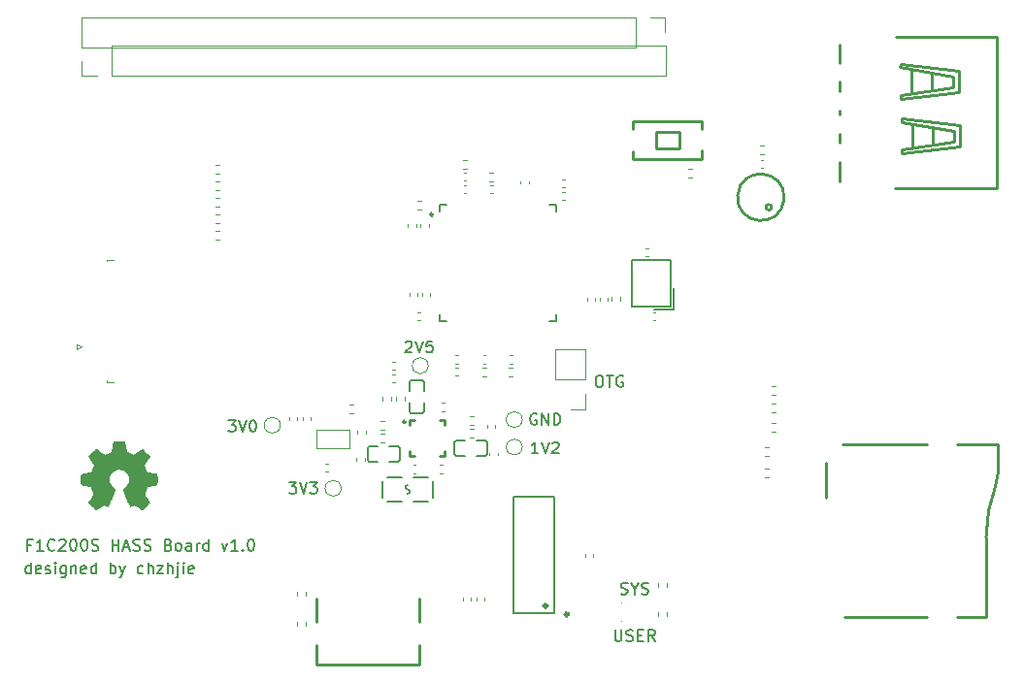
<source format=gbr>
%TF.GenerationSoftware,KiCad,Pcbnew,(6.0.0)*%
%TF.CreationDate,2022-08-30T21:50:04+08:00*%
%TF.ProjectId,F1C200S-HomeAssistant-Board,46314332-3030-4532-9d48-6f6d65417373,rev?*%
%TF.SameCoordinates,Original*%
%TF.FileFunction,Legend,Top*%
%TF.FilePolarity,Positive*%
%FSLAX46Y46*%
G04 Gerber Fmt 4.6, Leading zero omitted, Abs format (unit mm)*
G04 Created by KiCad (PCBNEW (6.0.0)) date 2022-08-30 21:50:04*
%MOMM*%
%LPD*%
G01*
G04 APERTURE LIST*
%ADD10C,0.150000*%
%ADD11C,0.010000*%
%ADD12C,0.120000*%
%ADD13C,0.250000*%
%ADD14C,0.100000*%
%ADD15C,0.300000*%
%ADD16C,0.240000*%
G04 APERTURE END LIST*
D10*
X71461904Y-135752380D02*
X72080952Y-135752380D01*
X71747619Y-136133333D01*
X71890476Y-136133333D01*
X71985714Y-136180952D01*
X72033333Y-136228571D01*
X72080952Y-136323809D01*
X72080952Y-136561904D01*
X72033333Y-136657142D01*
X71985714Y-136704761D01*
X71890476Y-136752380D01*
X71604761Y-136752380D01*
X71509523Y-136704761D01*
X71461904Y-136657142D01*
X72366666Y-135752380D02*
X72700000Y-136752380D01*
X73033333Y-135752380D01*
X73557142Y-135752380D02*
X73652380Y-135752380D01*
X73747619Y-135800000D01*
X73795238Y-135847619D01*
X73842857Y-135942857D01*
X73890476Y-136133333D01*
X73890476Y-136371428D01*
X73842857Y-136561904D01*
X73795238Y-136657142D01*
X73747619Y-136704761D01*
X73652380Y-136752380D01*
X73557142Y-136752380D01*
X73461904Y-136704761D01*
X73414285Y-136657142D01*
X73366666Y-136561904D01*
X73319047Y-136371428D01*
X73319047Y-136133333D01*
X73366666Y-135942857D01*
X73414285Y-135847619D01*
X73461904Y-135800000D01*
X73557142Y-135752380D01*
X54276190Y-146628571D02*
X53942857Y-146628571D01*
X53942857Y-147152380D02*
X53942857Y-146152380D01*
X54419047Y-146152380D01*
X55323809Y-147152380D02*
X54752380Y-147152380D01*
X55038095Y-147152380D02*
X55038095Y-146152380D01*
X54942857Y-146295238D01*
X54847619Y-146390476D01*
X54752380Y-146438095D01*
X56323809Y-147057142D02*
X56276190Y-147104761D01*
X56133333Y-147152380D01*
X56038095Y-147152380D01*
X55895238Y-147104761D01*
X55800000Y-147009523D01*
X55752380Y-146914285D01*
X55704761Y-146723809D01*
X55704761Y-146580952D01*
X55752380Y-146390476D01*
X55800000Y-146295238D01*
X55895238Y-146200000D01*
X56038095Y-146152380D01*
X56133333Y-146152380D01*
X56276190Y-146200000D01*
X56323809Y-146247619D01*
X56704761Y-146247619D02*
X56752380Y-146200000D01*
X56847619Y-146152380D01*
X57085714Y-146152380D01*
X57180952Y-146200000D01*
X57228571Y-146247619D01*
X57276190Y-146342857D01*
X57276190Y-146438095D01*
X57228571Y-146580952D01*
X56657142Y-147152380D01*
X57276190Y-147152380D01*
X57895238Y-146152380D02*
X57990476Y-146152380D01*
X58085714Y-146200000D01*
X58133333Y-146247619D01*
X58180952Y-146342857D01*
X58228571Y-146533333D01*
X58228571Y-146771428D01*
X58180952Y-146961904D01*
X58133333Y-147057142D01*
X58085714Y-147104761D01*
X57990476Y-147152380D01*
X57895238Y-147152380D01*
X57800000Y-147104761D01*
X57752380Y-147057142D01*
X57704761Y-146961904D01*
X57657142Y-146771428D01*
X57657142Y-146533333D01*
X57704761Y-146342857D01*
X57752380Y-146247619D01*
X57800000Y-146200000D01*
X57895238Y-146152380D01*
X58847619Y-146152380D02*
X58942857Y-146152380D01*
X59038095Y-146200000D01*
X59085714Y-146247619D01*
X59133333Y-146342857D01*
X59180952Y-146533333D01*
X59180952Y-146771428D01*
X59133333Y-146961904D01*
X59085714Y-147057142D01*
X59038095Y-147104761D01*
X58942857Y-147152380D01*
X58847619Y-147152380D01*
X58752380Y-147104761D01*
X58704761Y-147057142D01*
X58657142Y-146961904D01*
X58609523Y-146771428D01*
X58609523Y-146533333D01*
X58657142Y-146342857D01*
X58704761Y-146247619D01*
X58752380Y-146200000D01*
X58847619Y-146152380D01*
X59561904Y-147104761D02*
X59704761Y-147152380D01*
X59942857Y-147152380D01*
X60038095Y-147104761D01*
X60085714Y-147057142D01*
X60133333Y-146961904D01*
X60133333Y-146866666D01*
X60085714Y-146771428D01*
X60038095Y-146723809D01*
X59942857Y-146676190D01*
X59752380Y-146628571D01*
X59657142Y-146580952D01*
X59609523Y-146533333D01*
X59561904Y-146438095D01*
X59561904Y-146342857D01*
X59609523Y-146247619D01*
X59657142Y-146200000D01*
X59752380Y-146152380D01*
X59990476Y-146152380D01*
X60133333Y-146200000D01*
X61323809Y-147152380D02*
X61323809Y-146152380D01*
X61323809Y-146628571D02*
X61895238Y-146628571D01*
X61895238Y-147152380D02*
X61895238Y-146152380D01*
X62323809Y-146866666D02*
X62800000Y-146866666D01*
X62228571Y-147152380D02*
X62561904Y-146152380D01*
X62895238Y-147152380D01*
X63180952Y-147104761D02*
X63323809Y-147152380D01*
X63561904Y-147152380D01*
X63657142Y-147104761D01*
X63704761Y-147057142D01*
X63752380Y-146961904D01*
X63752380Y-146866666D01*
X63704761Y-146771428D01*
X63657142Y-146723809D01*
X63561904Y-146676190D01*
X63371428Y-146628571D01*
X63276190Y-146580952D01*
X63228571Y-146533333D01*
X63180952Y-146438095D01*
X63180952Y-146342857D01*
X63228571Y-146247619D01*
X63276190Y-146200000D01*
X63371428Y-146152380D01*
X63609523Y-146152380D01*
X63752380Y-146200000D01*
X64133333Y-147104761D02*
X64276190Y-147152380D01*
X64514285Y-147152380D01*
X64609523Y-147104761D01*
X64657142Y-147057142D01*
X64704761Y-146961904D01*
X64704761Y-146866666D01*
X64657142Y-146771428D01*
X64609523Y-146723809D01*
X64514285Y-146676190D01*
X64323809Y-146628571D01*
X64228571Y-146580952D01*
X64180952Y-146533333D01*
X64133333Y-146438095D01*
X64133333Y-146342857D01*
X64180952Y-146247619D01*
X64228571Y-146200000D01*
X64323809Y-146152380D01*
X64561904Y-146152380D01*
X64704761Y-146200000D01*
X66228571Y-146628571D02*
X66371428Y-146676190D01*
X66419047Y-146723809D01*
X66466666Y-146819047D01*
X66466666Y-146961904D01*
X66419047Y-147057142D01*
X66371428Y-147104761D01*
X66276190Y-147152380D01*
X65895238Y-147152380D01*
X65895238Y-146152380D01*
X66228571Y-146152380D01*
X66323809Y-146200000D01*
X66371428Y-146247619D01*
X66419047Y-146342857D01*
X66419047Y-146438095D01*
X66371428Y-146533333D01*
X66323809Y-146580952D01*
X66228571Y-146628571D01*
X65895238Y-146628571D01*
X67038095Y-147152380D02*
X66942857Y-147104761D01*
X66895238Y-147057142D01*
X66847619Y-146961904D01*
X66847619Y-146676190D01*
X66895238Y-146580952D01*
X66942857Y-146533333D01*
X67038095Y-146485714D01*
X67180952Y-146485714D01*
X67276190Y-146533333D01*
X67323809Y-146580952D01*
X67371428Y-146676190D01*
X67371428Y-146961904D01*
X67323809Y-147057142D01*
X67276190Y-147104761D01*
X67180952Y-147152380D01*
X67038095Y-147152380D01*
X68228571Y-147152380D02*
X68228571Y-146628571D01*
X68180952Y-146533333D01*
X68085714Y-146485714D01*
X67895238Y-146485714D01*
X67800000Y-146533333D01*
X68228571Y-147104761D02*
X68133333Y-147152380D01*
X67895238Y-147152380D01*
X67800000Y-147104761D01*
X67752380Y-147009523D01*
X67752380Y-146914285D01*
X67800000Y-146819047D01*
X67895238Y-146771428D01*
X68133333Y-146771428D01*
X68228571Y-146723809D01*
X68704761Y-147152380D02*
X68704761Y-146485714D01*
X68704761Y-146676190D02*
X68752380Y-146580952D01*
X68800000Y-146533333D01*
X68895238Y-146485714D01*
X68990476Y-146485714D01*
X69752380Y-147152380D02*
X69752380Y-146152380D01*
X69752380Y-147104761D02*
X69657142Y-147152380D01*
X69466666Y-147152380D01*
X69371428Y-147104761D01*
X69323809Y-147057142D01*
X69276190Y-146961904D01*
X69276190Y-146676190D01*
X69323809Y-146580952D01*
X69371428Y-146533333D01*
X69466666Y-146485714D01*
X69657142Y-146485714D01*
X69752380Y-146533333D01*
X70895238Y-146485714D02*
X71133333Y-147152380D01*
X71371428Y-146485714D01*
X72276190Y-147152380D02*
X71704761Y-147152380D01*
X71990476Y-147152380D02*
X71990476Y-146152380D01*
X71895238Y-146295238D01*
X71800000Y-146390476D01*
X71704761Y-146438095D01*
X72704761Y-147057142D02*
X72752380Y-147104761D01*
X72704761Y-147152380D01*
X72657142Y-147104761D01*
X72704761Y-147057142D01*
X72704761Y-147152380D01*
X73371428Y-146152380D02*
X73466666Y-146152380D01*
X73561904Y-146200000D01*
X73609523Y-146247619D01*
X73657142Y-146342857D01*
X73704761Y-146533333D01*
X73704761Y-146771428D01*
X73657142Y-146961904D01*
X73609523Y-147057142D01*
X73561904Y-147104761D01*
X73466666Y-147152380D01*
X73371428Y-147152380D01*
X73276190Y-147104761D01*
X73228571Y-147057142D01*
X73180952Y-146961904D01*
X73133333Y-146771428D01*
X73133333Y-146533333D01*
X73180952Y-146342857D01*
X73228571Y-146247619D01*
X73276190Y-146200000D01*
X73371428Y-146152380D01*
X86909523Y-128947619D02*
X86957142Y-128900000D01*
X87052380Y-128852380D01*
X87290476Y-128852380D01*
X87385714Y-128900000D01*
X87433333Y-128947619D01*
X87480952Y-129042857D01*
X87480952Y-129138095D01*
X87433333Y-129280952D01*
X86861904Y-129852380D01*
X87480952Y-129852380D01*
X87766666Y-128852380D02*
X88100000Y-129852380D01*
X88433333Y-128852380D01*
X89242857Y-128852380D02*
X88766666Y-128852380D01*
X88719047Y-129328571D01*
X88766666Y-129280952D01*
X88861904Y-129233333D01*
X89100000Y-129233333D01*
X89195238Y-129280952D01*
X89242857Y-129328571D01*
X89290476Y-129423809D01*
X89290476Y-129661904D01*
X89242857Y-129757142D01*
X89195238Y-129804761D01*
X89100000Y-129852380D01*
X88861904Y-129852380D01*
X88766666Y-129804761D01*
X88719047Y-129757142D01*
X105709523Y-150904761D02*
X105852380Y-150952380D01*
X106090476Y-150952380D01*
X106185714Y-150904761D01*
X106233333Y-150857142D01*
X106280952Y-150761904D01*
X106280952Y-150666666D01*
X106233333Y-150571428D01*
X106185714Y-150523809D01*
X106090476Y-150476190D01*
X105900000Y-150428571D01*
X105804761Y-150380952D01*
X105757142Y-150333333D01*
X105709523Y-150238095D01*
X105709523Y-150142857D01*
X105757142Y-150047619D01*
X105804761Y-150000000D01*
X105900000Y-149952380D01*
X106138095Y-149952380D01*
X106280952Y-150000000D01*
X106900000Y-150476190D02*
X106900000Y-150952380D01*
X106566666Y-149952380D02*
X106900000Y-150476190D01*
X107233333Y-149952380D01*
X107519047Y-150904761D02*
X107661904Y-150952380D01*
X107900000Y-150952380D01*
X107995238Y-150904761D01*
X108042857Y-150857142D01*
X108090476Y-150761904D01*
X108090476Y-150666666D01*
X108042857Y-150571428D01*
X107995238Y-150523809D01*
X107900000Y-150476190D01*
X107709523Y-150428571D01*
X107614285Y-150380952D01*
X107566666Y-150333333D01*
X107519047Y-150238095D01*
X107519047Y-150142857D01*
X107566666Y-150047619D01*
X107614285Y-150000000D01*
X107709523Y-149952380D01*
X107947619Y-149952380D01*
X108090476Y-150000000D01*
X76761904Y-141152380D02*
X77380952Y-141152380D01*
X77047619Y-141533333D01*
X77190476Y-141533333D01*
X77285714Y-141580952D01*
X77333333Y-141628571D01*
X77380952Y-141723809D01*
X77380952Y-141961904D01*
X77333333Y-142057142D01*
X77285714Y-142104761D01*
X77190476Y-142152380D01*
X76904761Y-142152380D01*
X76809523Y-142104761D01*
X76761904Y-142057142D01*
X77666666Y-141152380D02*
X78000000Y-142152380D01*
X78333333Y-141152380D01*
X78571428Y-141152380D02*
X79190476Y-141152380D01*
X78857142Y-141533333D01*
X79000000Y-141533333D01*
X79095238Y-141580952D01*
X79142857Y-141628571D01*
X79190476Y-141723809D01*
X79190476Y-141961904D01*
X79142857Y-142057142D01*
X79095238Y-142104761D01*
X79000000Y-142152380D01*
X78714285Y-142152380D01*
X78619047Y-142104761D01*
X78571428Y-142057142D01*
X98480952Y-138652380D02*
X97909523Y-138652380D01*
X98195238Y-138652380D02*
X98195238Y-137652380D01*
X98100000Y-137795238D01*
X98004761Y-137890476D01*
X97909523Y-137938095D01*
X98766666Y-137652380D02*
X99100000Y-138652380D01*
X99433333Y-137652380D01*
X99719047Y-137747619D02*
X99766666Y-137700000D01*
X99861904Y-137652380D01*
X100100000Y-137652380D01*
X100195238Y-137700000D01*
X100242857Y-137747619D01*
X100290476Y-137842857D01*
X100290476Y-137938095D01*
X100242857Y-138080952D01*
X99671428Y-138652380D01*
X100290476Y-138652380D01*
X54219047Y-149152380D02*
X54219047Y-148152380D01*
X54219047Y-149104761D02*
X54123809Y-149152380D01*
X53933333Y-149152380D01*
X53838095Y-149104761D01*
X53790476Y-149057142D01*
X53742857Y-148961904D01*
X53742857Y-148676190D01*
X53790476Y-148580952D01*
X53838095Y-148533333D01*
X53933333Y-148485714D01*
X54123809Y-148485714D01*
X54219047Y-148533333D01*
X55076190Y-149104761D02*
X54980952Y-149152380D01*
X54790476Y-149152380D01*
X54695238Y-149104761D01*
X54647619Y-149009523D01*
X54647619Y-148628571D01*
X54695238Y-148533333D01*
X54790476Y-148485714D01*
X54980952Y-148485714D01*
X55076190Y-148533333D01*
X55123809Y-148628571D01*
X55123809Y-148723809D01*
X54647619Y-148819047D01*
X55504761Y-149104761D02*
X55599999Y-149152380D01*
X55790476Y-149152380D01*
X55885714Y-149104761D01*
X55933333Y-149009523D01*
X55933333Y-148961904D01*
X55885714Y-148866666D01*
X55790476Y-148819047D01*
X55647619Y-148819047D01*
X55552380Y-148771428D01*
X55504761Y-148676190D01*
X55504761Y-148628571D01*
X55552380Y-148533333D01*
X55647619Y-148485714D01*
X55790476Y-148485714D01*
X55885714Y-148533333D01*
X56361904Y-149152380D02*
X56361904Y-148485714D01*
X56361904Y-148152380D02*
X56314285Y-148200000D01*
X56361904Y-148247619D01*
X56409523Y-148200000D01*
X56361904Y-148152380D01*
X56361904Y-148247619D01*
X57266666Y-148485714D02*
X57266666Y-149295238D01*
X57219047Y-149390476D01*
X57171428Y-149438095D01*
X57076190Y-149485714D01*
X56933333Y-149485714D01*
X56838095Y-149438095D01*
X57266666Y-149104761D02*
X57171428Y-149152380D01*
X56980952Y-149152380D01*
X56885714Y-149104761D01*
X56838095Y-149057142D01*
X56790476Y-148961904D01*
X56790476Y-148676190D01*
X56838095Y-148580952D01*
X56885714Y-148533333D01*
X56980952Y-148485714D01*
X57171428Y-148485714D01*
X57266666Y-148533333D01*
X57742857Y-148485714D02*
X57742857Y-149152380D01*
X57742857Y-148580952D02*
X57790476Y-148533333D01*
X57885714Y-148485714D01*
X58028571Y-148485714D01*
X58123809Y-148533333D01*
X58171428Y-148628571D01*
X58171428Y-149152380D01*
X59028571Y-149104761D02*
X58933333Y-149152380D01*
X58742857Y-149152380D01*
X58647619Y-149104761D01*
X58599999Y-149009523D01*
X58599999Y-148628571D01*
X58647619Y-148533333D01*
X58742857Y-148485714D01*
X58933333Y-148485714D01*
X59028571Y-148533333D01*
X59076190Y-148628571D01*
X59076190Y-148723809D01*
X58599999Y-148819047D01*
X59933333Y-149152380D02*
X59933333Y-148152380D01*
X59933333Y-149104761D02*
X59838095Y-149152380D01*
X59647619Y-149152380D01*
X59552380Y-149104761D01*
X59504761Y-149057142D01*
X59457142Y-148961904D01*
X59457142Y-148676190D01*
X59504761Y-148580952D01*
X59552380Y-148533333D01*
X59647619Y-148485714D01*
X59838095Y-148485714D01*
X59933333Y-148533333D01*
X61171428Y-149152380D02*
X61171428Y-148152380D01*
X61171428Y-148533333D02*
X61266666Y-148485714D01*
X61457142Y-148485714D01*
X61552380Y-148533333D01*
X61600000Y-148580952D01*
X61647619Y-148676190D01*
X61647619Y-148961904D01*
X61600000Y-149057142D01*
X61552380Y-149104761D01*
X61457142Y-149152380D01*
X61266666Y-149152380D01*
X61171428Y-149104761D01*
X61980952Y-148485714D02*
X62219047Y-149152380D01*
X62457142Y-148485714D02*
X62219047Y-149152380D01*
X62123809Y-149390476D01*
X62076190Y-149438095D01*
X61980952Y-149485714D01*
X64028571Y-149104761D02*
X63933333Y-149152380D01*
X63742857Y-149152380D01*
X63647619Y-149104761D01*
X63600000Y-149057142D01*
X63552380Y-148961904D01*
X63552380Y-148676190D01*
X63600000Y-148580952D01*
X63647619Y-148533333D01*
X63742857Y-148485714D01*
X63933333Y-148485714D01*
X64028571Y-148533333D01*
X64457142Y-149152380D02*
X64457142Y-148152380D01*
X64885714Y-149152380D02*
X64885714Y-148628571D01*
X64838095Y-148533333D01*
X64742857Y-148485714D01*
X64599999Y-148485714D01*
X64504761Y-148533333D01*
X64457142Y-148580952D01*
X65266666Y-148485714D02*
X65790476Y-148485714D01*
X65266666Y-149152380D01*
X65790476Y-149152380D01*
X66171428Y-149152380D02*
X66171428Y-148152380D01*
X66599999Y-149152380D02*
X66599999Y-148628571D01*
X66552380Y-148533333D01*
X66457142Y-148485714D01*
X66314285Y-148485714D01*
X66219047Y-148533333D01*
X66171428Y-148580952D01*
X67076190Y-148485714D02*
X67076190Y-149342857D01*
X67028571Y-149438095D01*
X66933333Y-149485714D01*
X66885714Y-149485714D01*
X67076190Y-148152380D02*
X67028571Y-148200000D01*
X67076190Y-148247619D01*
X67123809Y-148200000D01*
X67076190Y-148152380D01*
X67076190Y-148247619D01*
X67552380Y-149152380D02*
X67552380Y-148485714D01*
X67552380Y-148152380D02*
X67504761Y-148200000D01*
X67552380Y-148247619D01*
X67600000Y-148200000D01*
X67552380Y-148152380D01*
X67552380Y-148247619D01*
X68409523Y-149104761D02*
X68314285Y-149152380D01*
X68123809Y-149152380D01*
X68028571Y-149104761D01*
X67980952Y-149009523D01*
X67980952Y-148628571D01*
X68028571Y-148533333D01*
X68123809Y-148485714D01*
X68314285Y-148485714D01*
X68409523Y-148533333D01*
X68457142Y-148628571D01*
X68457142Y-148723809D01*
X67980952Y-148819047D01*
X105185714Y-154052380D02*
X105185714Y-154861904D01*
X105233333Y-154957142D01*
X105280952Y-155004761D01*
X105376190Y-155052380D01*
X105566666Y-155052380D01*
X105661904Y-155004761D01*
X105709523Y-154957142D01*
X105757142Y-154861904D01*
X105757142Y-154052380D01*
X106185714Y-155004761D02*
X106328571Y-155052380D01*
X106566666Y-155052380D01*
X106661904Y-155004761D01*
X106709523Y-154957142D01*
X106757142Y-154861904D01*
X106757142Y-154766666D01*
X106709523Y-154671428D01*
X106661904Y-154623809D01*
X106566666Y-154576190D01*
X106376190Y-154528571D01*
X106280952Y-154480952D01*
X106233333Y-154433333D01*
X106185714Y-154338095D01*
X106185714Y-154242857D01*
X106233333Y-154147619D01*
X106280952Y-154100000D01*
X106376190Y-154052380D01*
X106614285Y-154052380D01*
X106757142Y-154100000D01*
X107185714Y-154528571D02*
X107519047Y-154528571D01*
X107661904Y-155052380D02*
X107185714Y-155052380D01*
X107185714Y-154052380D01*
X107661904Y-154052380D01*
X108661904Y-155052380D02*
X108328571Y-154576190D01*
X108090476Y-155052380D02*
X108090476Y-154052380D01*
X108471428Y-154052380D01*
X108566666Y-154100000D01*
X108614285Y-154147619D01*
X108661904Y-154242857D01*
X108661904Y-154385714D01*
X108614285Y-154480952D01*
X108566666Y-154528571D01*
X108471428Y-154576190D01*
X108090476Y-154576190D01*
X103723809Y-131852380D02*
X103914285Y-131852380D01*
X104009523Y-131900000D01*
X104104761Y-131995238D01*
X104152380Y-132185714D01*
X104152380Y-132519047D01*
X104104761Y-132709523D01*
X104009523Y-132804761D01*
X103914285Y-132852380D01*
X103723809Y-132852380D01*
X103628571Y-132804761D01*
X103533333Y-132709523D01*
X103485714Y-132519047D01*
X103485714Y-132185714D01*
X103533333Y-131995238D01*
X103628571Y-131900000D01*
X103723809Y-131852380D01*
X104438095Y-131852380D02*
X105009523Y-131852380D01*
X104723809Y-132852380D02*
X104723809Y-131852380D01*
X105866666Y-131900000D02*
X105771428Y-131852380D01*
X105628571Y-131852380D01*
X105485714Y-131900000D01*
X105390476Y-131995238D01*
X105342857Y-132090476D01*
X105295238Y-132280952D01*
X105295238Y-132423809D01*
X105342857Y-132614285D01*
X105390476Y-132709523D01*
X105485714Y-132804761D01*
X105628571Y-132852380D01*
X105723809Y-132852380D01*
X105866666Y-132804761D01*
X105914285Y-132757142D01*
X105914285Y-132423809D01*
X105723809Y-132423809D01*
X98338095Y-135200000D02*
X98242857Y-135152380D01*
X98100000Y-135152380D01*
X97957142Y-135200000D01*
X97861904Y-135295238D01*
X97814285Y-135390476D01*
X97766666Y-135580952D01*
X97766666Y-135723809D01*
X97814285Y-135914285D01*
X97861904Y-136009523D01*
X97957142Y-136104761D01*
X98100000Y-136152380D01*
X98195238Y-136152380D01*
X98338095Y-136104761D01*
X98385714Y-136057142D01*
X98385714Y-135723809D01*
X98195238Y-135723809D01*
X98814285Y-136152380D02*
X98814285Y-135152380D01*
X99385714Y-136152380D01*
X99385714Y-135152380D01*
X99861904Y-136152380D02*
X99861904Y-135152380D01*
X100100000Y-135152380D01*
X100242857Y-135200000D01*
X100338095Y-135295238D01*
X100385714Y-135390476D01*
X100433333Y-135580952D01*
X100433333Y-135723809D01*
X100385714Y-135914285D01*
X100338095Y-136009523D01*
X100242857Y-136104761D01*
X100100000Y-136152380D01*
X99861904Y-136152380D01*
D11*
%TO.C,REF\u002A\u002A*%
X62455814Y-138068931D02*
X62539635Y-138513555D01*
X62539635Y-138513555D02*
X62848920Y-138641053D01*
X62848920Y-138641053D02*
X63158206Y-138768551D01*
X63158206Y-138768551D02*
X63529246Y-138516246D01*
X63529246Y-138516246D02*
X63633157Y-138445996D01*
X63633157Y-138445996D02*
X63727087Y-138383272D01*
X63727087Y-138383272D02*
X63806652Y-138330938D01*
X63806652Y-138330938D02*
X63867470Y-138291857D01*
X63867470Y-138291857D02*
X63905157Y-138268893D01*
X63905157Y-138268893D02*
X63915421Y-138263942D01*
X63915421Y-138263942D02*
X63933910Y-138276676D01*
X63933910Y-138276676D02*
X63973420Y-138311882D01*
X63973420Y-138311882D02*
X64029522Y-138365062D01*
X64029522Y-138365062D02*
X64097787Y-138431718D01*
X64097787Y-138431718D02*
X64173786Y-138507354D01*
X64173786Y-138507354D02*
X64253092Y-138587472D01*
X64253092Y-138587472D02*
X64331275Y-138667574D01*
X64331275Y-138667574D02*
X64403907Y-138743164D01*
X64403907Y-138743164D02*
X64466559Y-138809745D01*
X64466559Y-138809745D02*
X64514803Y-138862818D01*
X64514803Y-138862818D02*
X64544210Y-138897887D01*
X64544210Y-138897887D02*
X64551241Y-138909623D01*
X64551241Y-138909623D02*
X64541123Y-138931260D01*
X64541123Y-138931260D02*
X64512759Y-138978662D01*
X64512759Y-138978662D02*
X64469129Y-139047193D01*
X64469129Y-139047193D02*
X64413218Y-139132215D01*
X64413218Y-139132215D02*
X64348006Y-139229093D01*
X64348006Y-139229093D02*
X64310219Y-139284350D01*
X64310219Y-139284350D02*
X64241343Y-139385248D01*
X64241343Y-139385248D02*
X64180140Y-139476299D01*
X64180140Y-139476299D02*
X64129578Y-139552970D01*
X64129578Y-139552970D02*
X64092628Y-139610728D01*
X64092628Y-139610728D02*
X64072258Y-139645043D01*
X64072258Y-139645043D02*
X64069197Y-139652254D01*
X64069197Y-139652254D02*
X64076136Y-139672748D01*
X64076136Y-139672748D02*
X64095051Y-139720513D01*
X64095051Y-139720513D02*
X64123087Y-139788832D01*
X64123087Y-139788832D02*
X64157391Y-139870989D01*
X64157391Y-139870989D02*
X64195109Y-139960270D01*
X64195109Y-139960270D02*
X64233387Y-140049958D01*
X64233387Y-140049958D02*
X64269370Y-140133338D01*
X64269370Y-140133338D02*
X64300206Y-140203694D01*
X64300206Y-140203694D02*
X64323039Y-140254310D01*
X64323039Y-140254310D02*
X64335017Y-140278471D01*
X64335017Y-140278471D02*
X64335724Y-140279422D01*
X64335724Y-140279422D02*
X64354531Y-140284036D01*
X64354531Y-140284036D02*
X64404618Y-140294328D01*
X64404618Y-140294328D02*
X64480793Y-140309287D01*
X64480793Y-140309287D02*
X64577865Y-140327901D01*
X64577865Y-140327901D02*
X64690643Y-140349159D01*
X64690643Y-140349159D02*
X64756442Y-140361418D01*
X64756442Y-140361418D02*
X64876950Y-140384362D01*
X64876950Y-140384362D02*
X64985797Y-140406195D01*
X64985797Y-140406195D02*
X65077476Y-140425722D01*
X65077476Y-140425722D02*
X65146481Y-140441748D01*
X65146481Y-140441748D02*
X65187304Y-140453079D01*
X65187304Y-140453079D02*
X65195511Y-140456674D01*
X65195511Y-140456674D02*
X65203548Y-140481006D01*
X65203548Y-140481006D02*
X65210033Y-140535959D01*
X65210033Y-140535959D02*
X65214970Y-140615108D01*
X65214970Y-140615108D02*
X65218364Y-140712026D01*
X65218364Y-140712026D02*
X65220218Y-140820287D01*
X65220218Y-140820287D02*
X65220538Y-140933465D01*
X65220538Y-140933465D02*
X65219327Y-141045135D01*
X65219327Y-141045135D02*
X65216590Y-141148868D01*
X65216590Y-141148868D02*
X65212331Y-141238241D01*
X65212331Y-141238241D02*
X65206555Y-141306826D01*
X65206555Y-141306826D02*
X65199267Y-141348197D01*
X65199267Y-141348197D02*
X65194895Y-141356810D01*
X65194895Y-141356810D02*
X65168764Y-141367133D01*
X65168764Y-141367133D02*
X65113393Y-141381892D01*
X65113393Y-141381892D02*
X65036107Y-141399352D01*
X65036107Y-141399352D02*
X64944230Y-141417780D01*
X64944230Y-141417780D02*
X64912158Y-141423741D01*
X64912158Y-141423741D02*
X64757524Y-141452066D01*
X64757524Y-141452066D02*
X64635375Y-141474876D01*
X64635375Y-141474876D02*
X64541673Y-141493080D01*
X64541673Y-141493080D02*
X64472384Y-141507583D01*
X64472384Y-141507583D02*
X64423471Y-141519292D01*
X64423471Y-141519292D02*
X64390897Y-141529115D01*
X64390897Y-141529115D02*
X64370628Y-141537956D01*
X64370628Y-141537956D02*
X64358626Y-141546724D01*
X64358626Y-141546724D02*
X64356947Y-141548457D01*
X64356947Y-141548457D02*
X64340184Y-141576371D01*
X64340184Y-141576371D02*
X64314614Y-141630695D01*
X64314614Y-141630695D02*
X64282788Y-141704777D01*
X64282788Y-141704777D02*
X64247260Y-141791965D01*
X64247260Y-141791965D02*
X64210583Y-141885608D01*
X64210583Y-141885608D02*
X64175311Y-141979052D01*
X64175311Y-141979052D02*
X64143996Y-142065647D01*
X64143996Y-142065647D02*
X64119193Y-142138740D01*
X64119193Y-142138740D02*
X64103454Y-142191678D01*
X64103454Y-142191678D02*
X64099332Y-142217811D01*
X64099332Y-142217811D02*
X64099676Y-142218726D01*
X64099676Y-142218726D02*
X64113641Y-142240086D01*
X64113641Y-142240086D02*
X64145322Y-142287084D01*
X64145322Y-142287084D02*
X64191391Y-142354827D01*
X64191391Y-142354827D02*
X64248518Y-142438423D01*
X64248518Y-142438423D02*
X64313373Y-142532982D01*
X64313373Y-142532982D02*
X64331843Y-142559854D01*
X64331843Y-142559854D02*
X64397699Y-142657275D01*
X64397699Y-142657275D02*
X64455650Y-142746163D01*
X64455650Y-142746163D02*
X64502538Y-142821412D01*
X64502538Y-142821412D02*
X64535207Y-142877920D01*
X64535207Y-142877920D02*
X64550500Y-142910581D01*
X64550500Y-142910581D02*
X64551241Y-142914593D01*
X64551241Y-142914593D02*
X64538392Y-142935684D01*
X64538392Y-142935684D02*
X64502888Y-142977464D01*
X64502888Y-142977464D02*
X64449293Y-143035445D01*
X64449293Y-143035445D02*
X64382171Y-143105135D01*
X64382171Y-143105135D02*
X64306087Y-143182045D01*
X64306087Y-143182045D02*
X64225604Y-143261683D01*
X64225604Y-143261683D02*
X64145287Y-143339561D01*
X64145287Y-143339561D02*
X64069699Y-143411186D01*
X64069699Y-143411186D02*
X64003405Y-143472070D01*
X64003405Y-143472070D02*
X63950969Y-143517721D01*
X63950969Y-143517721D02*
X63916955Y-143543650D01*
X63916955Y-143543650D02*
X63907545Y-143547883D01*
X63907545Y-143547883D02*
X63885643Y-143537912D01*
X63885643Y-143537912D02*
X63840800Y-143511020D01*
X63840800Y-143511020D02*
X63780321Y-143471736D01*
X63780321Y-143471736D02*
X63733789Y-143440117D01*
X63733789Y-143440117D02*
X63649475Y-143382098D01*
X63649475Y-143382098D02*
X63549626Y-143313784D01*
X63549626Y-143313784D02*
X63449473Y-143245579D01*
X63449473Y-143245579D02*
X63395627Y-143209075D01*
X63395627Y-143209075D02*
X63213371Y-143085800D01*
X63213371Y-143085800D02*
X63060381Y-143168520D01*
X63060381Y-143168520D02*
X62990682Y-143204759D01*
X62990682Y-143204759D02*
X62931414Y-143232926D01*
X62931414Y-143232926D02*
X62891311Y-143248991D01*
X62891311Y-143248991D02*
X62881103Y-143251226D01*
X62881103Y-143251226D02*
X62868829Y-143234722D01*
X62868829Y-143234722D02*
X62844613Y-143188082D01*
X62844613Y-143188082D02*
X62810263Y-143115609D01*
X62810263Y-143115609D02*
X62767588Y-143021606D01*
X62767588Y-143021606D02*
X62718394Y-142910374D01*
X62718394Y-142910374D02*
X62664490Y-142786215D01*
X62664490Y-142786215D02*
X62607684Y-142653432D01*
X62607684Y-142653432D02*
X62549782Y-142516327D01*
X62549782Y-142516327D02*
X62492593Y-142379202D01*
X62492593Y-142379202D02*
X62437924Y-142246358D01*
X62437924Y-142246358D02*
X62387584Y-142122098D01*
X62387584Y-142122098D02*
X62343380Y-142010725D01*
X62343380Y-142010725D02*
X62307119Y-141916539D01*
X62307119Y-141916539D02*
X62280609Y-141843844D01*
X62280609Y-141843844D02*
X62265658Y-141796941D01*
X62265658Y-141796941D02*
X62263254Y-141780833D01*
X62263254Y-141780833D02*
X62282311Y-141760286D01*
X62282311Y-141760286D02*
X62324036Y-141726933D01*
X62324036Y-141726933D02*
X62379706Y-141687702D01*
X62379706Y-141687702D02*
X62384378Y-141684599D01*
X62384378Y-141684599D02*
X62528264Y-141569423D01*
X62528264Y-141569423D02*
X62644283Y-141435053D01*
X62644283Y-141435053D02*
X62731430Y-141285784D01*
X62731430Y-141285784D02*
X62788699Y-141125913D01*
X62788699Y-141125913D02*
X62815086Y-140959737D01*
X62815086Y-140959737D02*
X62809585Y-140791552D01*
X62809585Y-140791552D02*
X62771190Y-140625655D01*
X62771190Y-140625655D02*
X62698895Y-140466342D01*
X62698895Y-140466342D02*
X62677626Y-140431487D01*
X62677626Y-140431487D02*
X62566996Y-140290737D01*
X62566996Y-140290737D02*
X62436302Y-140177714D01*
X62436302Y-140177714D02*
X62290064Y-140093003D01*
X62290064Y-140093003D02*
X62132808Y-140037194D01*
X62132808Y-140037194D02*
X61969057Y-140010874D01*
X61969057Y-140010874D02*
X61803333Y-140014630D01*
X61803333Y-140014630D02*
X61640162Y-140049050D01*
X61640162Y-140049050D02*
X61484065Y-140114723D01*
X61484065Y-140114723D02*
X61339567Y-140212235D01*
X61339567Y-140212235D02*
X61294869Y-140251813D01*
X61294869Y-140251813D02*
X61181112Y-140375703D01*
X61181112Y-140375703D02*
X61098218Y-140506124D01*
X61098218Y-140506124D02*
X61041356Y-140652315D01*
X61041356Y-140652315D02*
X61009687Y-140797088D01*
X61009687Y-140797088D02*
X61001869Y-140959860D01*
X61001869Y-140959860D02*
X61027938Y-141123440D01*
X61027938Y-141123440D02*
X61085245Y-141282298D01*
X61085245Y-141282298D02*
X61171144Y-141430906D01*
X61171144Y-141430906D02*
X61282986Y-141563735D01*
X61282986Y-141563735D02*
X61418123Y-141675256D01*
X61418123Y-141675256D02*
X61435883Y-141687011D01*
X61435883Y-141687011D02*
X61492150Y-141725508D01*
X61492150Y-141725508D02*
X61534923Y-141758863D01*
X61534923Y-141758863D02*
X61555372Y-141780160D01*
X61555372Y-141780160D02*
X61555669Y-141780833D01*
X61555669Y-141780833D02*
X61551279Y-141803871D01*
X61551279Y-141803871D02*
X61533876Y-141856157D01*
X61533876Y-141856157D02*
X61505268Y-141933390D01*
X61505268Y-141933390D02*
X61467265Y-142031268D01*
X61467265Y-142031268D02*
X61421674Y-142145491D01*
X61421674Y-142145491D02*
X61370303Y-142271758D01*
X61370303Y-142271758D02*
X61314962Y-142405767D01*
X61314962Y-142405767D02*
X61257458Y-142543218D01*
X61257458Y-142543218D02*
X61199601Y-142679808D01*
X61199601Y-142679808D02*
X61143198Y-142811237D01*
X61143198Y-142811237D02*
X61090058Y-142933205D01*
X61090058Y-142933205D02*
X61041990Y-143041409D01*
X61041990Y-143041409D02*
X61000801Y-143131549D01*
X61000801Y-143131549D02*
X60968301Y-143199323D01*
X60968301Y-143199323D02*
X60946297Y-143240430D01*
X60946297Y-143240430D02*
X60937436Y-143251226D01*
X60937436Y-143251226D02*
X60910360Y-143242819D01*
X60910360Y-143242819D02*
X60859697Y-143220272D01*
X60859697Y-143220272D02*
X60794183Y-143187613D01*
X60794183Y-143187613D02*
X60758159Y-143168520D01*
X60758159Y-143168520D02*
X60605168Y-143085800D01*
X60605168Y-143085800D02*
X60422912Y-143209075D01*
X60422912Y-143209075D02*
X60329875Y-143272228D01*
X60329875Y-143272228D02*
X60228015Y-143341727D01*
X60228015Y-143341727D02*
X60132562Y-143407165D01*
X60132562Y-143407165D02*
X60084750Y-143440117D01*
X60084750Y-143440117D02*
X60017505Y-143485273D01*
X60017505Y-143485273D02*
X59960564Y-143521057D01*
X59960564Y-143521057D02*
X59921354Y-143542938D01*
X59921354Y-143542938D02*
X59908619Y-143547563D01*
X59908619Y-143547563D02*
X59890083Y-143535085D01*
X59890083Y-143535085D02*
X59849059Y-143500252D01*
X59849059Y-143500252D02*
X59789525Y-143446678D01*
X59789525Y-143446678D02*
X59715458Y-143377983D01*
X59715458Y-143377983D02*
X59630835Y-143297781D01*
X59630835Y-143297781D02*
X59577315Y-143246286D01*
X59577315Y-143246286D02*
X59483681Y-143154286D01*
X59483681Y-143154286D02*
X59402759Y-143071999D01*
X59402759Y-143071999D02*
X59337823Y-143002945D01*
X59337823Y-143002945D02*
X59292142Y-142950644D01*
X59292142Y-142950644D02*
X59268989Y-142918616D01*
X59268989Y-142918616D02*
X59266768Y-142912116D01*
X59266768Y-142912116D02*
X59277076Y-142887394D01*
X59277076Y-142887394D02*
X59305561Y-142837405D01*
X59305561Y-142837405D02*
X59349063Y-142767212D01*
X59349063Y-142767212D02*
X59404423Y-142681875D01*
X59404423Y-142681875D02*
X59468480Y-142586456D01*
X59468480Y-142586456D02*
X59486697Y-142559854D01*
X59486697Y-142559854D02*
X59553073Y-142463167D01*
X59553073Y-142463167D02*
X59612622Y-142376117D01*
X59612622Y-142376117D02*
X59662016Y-142303595D01*
X59662016Y-142303595D02*
X59697925Y-142250493D01*
X59697925Y-142250493D02*
X59717019Y-142221703D01*
X59717019Y-142221703D02*
X59718864Y-142218726D01*
X59718864Y-142218726D02*
X59716105Y-142195782D01*
X59716105Y-142195782D02*
X59701462Y-142145336D01*
X59701462Y-142145336D02*
X59677487Y-142074041D01*
X59677487Y-142074041D02*
X59646734Y-141988547D01*
X59646734Y-141988547D02*
X59611756Y-141895507D01*
X59611756Y-141895507D02*
X59575107Y-141801574D01*
X59575107Y-141801574D02*
X59539339Y-141713399D01*
X59539339Y-141713399D02*
X59507006Y-141637634D01*
X59507006Y-141637634D02*
X59480662Y-141580931D01*
X59480662Y-141580931D02*
X59462858Y-141549943D01*
X59462858Y-141549943D02*
X59461593Y-141548457D01*
X59461593Y-141548457D02*
X59450706Y-141539601D01*
X59450706Y-141539601D02*
X59432318Y-141530843D01*
X59432318Y-141530843D02*
X59402394Y-141521277D01*
X59402394Y-141521277D02*
X59356897Y-141509996D01*
X59356897Y-141509996D02*
X59291791Y-141496093D01*
X59291791Y-141496093D02*
X59203039Y-141478663D01*
X59203039Y-141478663D02*
X59086607Y-141456798D01*
X59086607Y-141456798D02*
X58938458Y-141429591D01*
X58938458Y-141429591D02*
X58906382Y-141423741D01*
X58906382Y-141423741D02*
X58811314Y-141405374D01*
X58811314Y-141405374D02*
X58728435Y-141387405D01*
X58728435Y-141387405D02*
X58665070Y-141371569D01*
X58665070Y-141371569D02*
X58628542Y-141359600D01*
X58628542Y-141359600D02*
X58623644Y-141356810D01*
X58623644Y-141356810D02*
X58615573Y-141332072D01*
X58615573Y-141332072D02*
X58609013Y-141276790D01*
X58609013Y-141276790D02*
X58603967Y-141197389D01*
X58603967Y-141197389D02*
X58600441Y-141100296D01*
X58600441Y-141100296D02*
X58598439Y-140991938D01*
X58598439Y-140991938D02*
X58597964Y-140878740D01*
X58597964Y-140878740D02*
X58599023Y-140767128D01*
X58599023Y-140767128D02*
X58601618Y-140663529D01*
X58601618Y-140663529D02*
X58605754Y-140574368D01*
X58605754Y-140574368D02*
X58611437Y-140506072D01*
X58611437Y-140506072D02*
X58618669Y-140465066D01*
X58618669Y-140465066D02*
X58623029Y-140456674D01*
X58623029Y-140456674D02*
X58647302Y-140448208D01*
X58647302Y-140448208D02*
X58702574Y-140434435D01*
X58702574Y-140434435D02*
X58783338Y-140416550D01*
X58783338Y-140416550D02*
X58884088Y-140395748D01*
X58884088Y-140395748D02*
X58999317Y-140373223D01*
X58999317Y-140373223D02*
X59062098Y-140361418D01*
X59062098Y-140361418D02*
X59181213Y-140339151D01*
X59181213Y-140339151D02*
X59287435Y-140318979D01*
X59287435Y-140318979D02*
X59375573Y-140301915D01*
X59375573Y-140301915D02*
X59440434Y-140288969D01*
X59440434Y-140288969D02*
X59476826Y-140281155D01*
X59476826Y-140281155D02*
X59482816Y-140279422D01*
X59482816Y-140279422D02*
X59492939Y-140259890D01*
X59492939Y-140259890D02*
X59514338Y-140212843D01*
X59514338Y-140212843D02*
X59544161Y-140145003D01*
X59544161Y-140145003D02*
X59579555Y-140063091D01*
X59579555Y-140063091D02*
X59617668Y-139973828D01*
X59617668Y-139973828D02*
X59655647Y-139883935D01*
X59655647Y-139883935D02*
X59690640Y-139800135D01*
X59690640Y-139800135D02*
X59719794Y-139729147D01*
X59719794Y-139729147D02*
X59740257Y-139677694D01*
X59740257Y-139677694D02*
X59749177Y-139652497D01*
X59749177Y-139652497D02*
X59749343Y-139651396D01*
X59749343Y-139651396D02*
X59739231Y-139631519D01*
X59739231Y-139631519D02*
X59710883Y-139585777D01*
X59710883Y-139585777D02*
X59667277Y-139518717D01*
X59667277Y-139518717D02*
X59611394Y-139434884D01*
X59611394Y-139434884D02*
X59546213Y-139338826D01*
X59546213Y-139338826D02*
X59508321Y-139283650D01*
X59508321Y-139283650D02*
X59439275Y-139182481D01*
X59439275Y-139182481D02*
X59377950Y-139090630D01*
X59377950Y-139090630D02*
X59327337Y-139012744D01*
X59327337Y-139012744D02*
X59290429Y-138953469D01*
X59290429Y-138953469D02*
X59270218Y-138917451D01*
X59270218Y-138917451D02*
X59267299Y-138909377D01*
X59267299Y-138909377D02*
X59279847Y-138890584D01*
X59279847Y-138890584D02*
X59314537Y-138850457D01*
X59314537Y-138850457D02*
X59366937Y-138793493D01*
X59366937Y-138793493D02*
X59432616Y-138724185D01*
X59432616Y-138724185D02*
X59507144Y-138647031D01*
X59507144Y-138647031D02*
X59586087Y-138566525D01*
X59586087Y-138566525D02*
X59665017Y-138487163D01*
X59665017Y-138487163D02*
X59739500Y-138413440D01*
X59739500Y-138413440D02*
X59805106Y-138349852D01*
X59805106Y-138349852D02*
X59857404Y-138300894D01*
X59857404Y-138300894D02*
X59891961Y-138271061D01*
X59891961Y-138271061D02*
X59903522Y-138263942D01*
X59903522Y-138263942D02*
X59922346Y-138273953D01*
X59922346Y-138273953D02*
X59967369Y-138302078D01*
X59967369Y-138302078D02*
X60034213Y-138345454D01*
X60034213Y-138345454D02*
X60118501Y-138401218D01*
X60118501Y-138401218D02*
X60215856Y-138466506D01*
X60215856Y-138466506D02*
X60289293Y-138516246D01*
X60289293Y-138516246D02*
X60660333Y-138768551D01*
X60660333Y-138768551D02*
X61278905Y-138513555D01*
X61278905Y-138513555D02*
X61362725Y-138068931D01*
X61362725Y-138068931D02*
X61446546Y-137624307D01*
X61446546Y-137624307D02*
X62371994Y-137624307D01*
X62371994Y-137624307D02*
X62455814Y-138068931D01*
X62455814Y-138068931D02*
X62455814Y-138068931D01*
G36*
X62455814Y-138068931D02*
G01*
X62539635Y-138513555D01*
X62848920Y-138641053D01*
X63158206Y-138768551D01*
X63529246Y-138516246D01*
X63633157Y-138445996D01*
X63727087Y-138383272D01*
X63806652Y-138330938D01*
X63867470Y-138291857D01*
X63905157Y-138268893D01*
X63915421Y-138263942D01*
X63933910Y-138276676D01*
X63973420Y-138311882D01*
X64029522Y-138365062D01*
X64097787Y-138431718D01*
X64173786Y-138507354D01*
X64253092Y-138587472D01*
X64331275Y-138667574D01*
X64403907Y-138743164D01*
X64466559Y-138809745D01*
X64514803Y-138862818D01*
X64544210Y-138897887D01*
X64551241Y-138909623D01*
X64541123Y-138931260D01*
X64512759Y-138978662D01*
X64469129Y-139047193D01*
X64413218Y-139132215D01*
X64348006Y-139229093D01*
X64310219Y-139284350D01*
X64241343Y-139385248D01*
X64180140Y-139476299D01*
X64129578Y-139552970D01*
X64092628Y-139610728D01*
X64072258Y-139645043D01*
X64069197Y-139652254D01*
X64076136Y-139672748D01*
X64095051Y-139720513D01*
X64123087Y-139788832D01*
X64157391Y-139870989D01*
X64195109Y-139960270D01*
X64233387Y-140049958D01*
X64269370Y-140133338D01*
X64300206Y-140203694D01*
X64323039Y-140254310D01*
X64335017Y-140278471D01*
X64335724Y-140279422D01*
X64354531Y-140284036D01*
X64404618Y-140294328D01*
X64480793Y-140309287D01*
X64577865Y-140327901D01*
X64690643Y-140349159D01*
X64756442Y-140361418D01*
X64876950Y-140384362D01*
X64985797Y-140406195D01*
X65077476Y-140425722D01*
X65146481Y-140441748D01*
X65187304Y-140453079D01*
X65195511Y-140456674D01*
X65203548Y-140481006D01*
X65210033Y-140535959D01*
X65214970Y-140615108D01*
X65218364Y-140712026D01*
X65220218Y-140820287D01*
X65220538Y-140933465D01*
X65219327Y-141045135D01*
X65216590Y-141148868D01*
X65212331Y-141238241D01*
X65206555Y-141306826D01*
X65199267Y-141348197D01*
X65194895Y-141356810D01*
X65168764Y-141367133D01*
X65113393Y-141381892D01*
X65036107Y-141399352D01*
X64944230Y-141417780D01*
X64912158Y-141423741D01*
X64757524Y-141452066D01*
X64635375Y-141474876D01*
X64541673Y-141493080D01*
X64472384Y-141507583D01*
X64423471Y-141519292D01*
X64390897Y-141529115D01*
X64370628Y-141537956D01*
X64358626Y-141546724D01*
X64356947Y-141548457D01*
X64340184Y-141576371D01*
X64314614Y-141630695D01*
X64282788Y-141704777D01*
X64247260Y-141791965D01*
X64210583Y-141885608D01*
X64175311Y-141979052D01*
X64143996Y-142065647D01*
X64119193Y-142138740D01*
X64103454Y-142191678D01*
X64099332Y-142217811D01*
X64099676Y-142218726D01*
X64113641Y-142240086D01*
X64145322Y-142287084D01*
X64191391Y-142354827D01*
X64248518Y-142438423D01*
X64313373Y-142532982D01*
X64331843Y-142559854D01*
X64397699Y-142657275D01*
X64455650Y-142746163D01*
X64502538Y-142821412D01*
X64535207Y-142877920D01*
X64550500Y-142910581D01*
X64551241Y-142914593D01*
X64538392Y-142935684D01*
X64502888Y-142977464D01*
X64449293Y-143035445D01*
X64382171Y-143105135D01*
X64306087Y-143182045D01*
X64225604Y-143261683D01*
X64145287Y-143339561D01*
X64069699Y-143411186D01*
X64003405Y-143472070D01*
X63950969Y-143517721D01*
X63916955Y-143543650D01*
X63907545Y-143547883D01*
X63885643Y-143537912D01*
X63840800Y-143511020D01*
X63780321Y-143471736D01*
X63733789Y-143440117D01*
X63649475Y-143382098D01*
X63549626Y-143313784D01*
X63449473Y-143245579D01*
X63395627Y-143209075D01*
X63213371Y-143085800D01*
X63060381Y-143168520D01*
X62990682Y-143204759D01*
X62931414Y-143232926D01*
X62891311Y-143248991D01*
X62881103Y-143251226D01*
X62868829Y-143234722D01*
X62844613Y-143188082D01*
X62810263Y-143115609D01*
X62767588Y-143021606D01*
X62718394Y-142910374D01*
X62664490Y-142786215D01*
X62607684Y-142653432D01*
X62549782Y-142516327D01*
X62492593Y-142379202D01*
X62437924Y-142246358D01*
X62387584Y-142122098D01*
X62343380Y-142010725D01*
X62307119Y-141916539D01*
X62280609Y-141843844D01*
X62265658Y-141796941D01*
X62263254Y-141780833D01*
X62282311Y-141760286D01*
X62324036Y-141726933D01*
X62379706Y-141687702D01*
X62384378Y-141684599D01*
X62528264Y-141569423D01*
X62644283Y-141435053D01*
X62731430Y-141285784D01*
X62788699Y-141125913D01*
X62815086Y-140959737D01*
X62809585Y-140791552D01*
X62771190Y-140625655D01*
X62698895Y-140466342D01*
X62677626Y-140431487D01*
X62566996Y-140290737D01*
X62436302Y-140177714D01*
X62290064Y-140093003D01*
X62132808Y-140037194D01*
X61969057Y-140010874D01*
X61803333Y-140014630D01*
X61640162Y-140049050D01*
X61484065Y-140114723D01*
X61339567Y-140212235D01*
X61294869Y-140251813D01*
X61181112Y-140375703D01*
X61098218Y-140506124D01*
X61041356Y-140652315D01*
X61009687Y-140797088D01*
X61001869Y-140959860D01*
X61027938Y-141123440D01*
X61085245Y-141282298D01*
X61171144Y-141430906D01*
X61282986Y-141563735D01*
X61418123Y-141675256D01*
X61435883Y-141687011D01*
X61492150Y-141725508D01*
X61534923Y-141758863D01*
X61555372Y-141780160D01*
X61555669Y-141780833D01*
X61551279Y-141803871D01*
X61533876Y-141856157D01*
X61505268Y-141933390D01*
X61467265Y-142031268D01*
X61421674Y-142145491D01*
X61370303Y-142271758D01*
X61314962Y-142405767D01*
X61257458Y-142543218D01*
X61199601Y-142679808D01*
X61143198Y-142811237D01*
X61090058Y-142933205D01*
X61041990Y-143041409D01*
X61000801Y-143131549D01*
X60968301Y-143199323D01*
X60946297Y-143240430D01*
X60937436Y-143251226D01*
X60910360Y-143242819D01*
X60859697Y-143220272D01*
X60794183Y-143187613D01*
X60758159Y-143168520D01*
X60605168Y-143085800D01*
X60422912Y-143209075D01*
X60329875Y-143272228D01*
X60228015Y-143341727D01*
X60132562Y-143407165D01*
X60084750Y-143440117D01*
X60017505Y-143485273D01*
X59960564Y-143521057D01*
X59921354Y-143542938D01*
X59908619Y-143547563D01*
X59890083Y-143535085D01*
X59849059Y-143500252D01*
X59789525Y-143446678D01*
X59715458Y-143377983D01*
X59630835Y-143297781D01*
X59577315Y-143246286D01*
X59483681Y-143154286D01*
X59402759Y-143071999D01*
X59337823Y-143002945D01*
X59292142Y-142950644D01*
X59268989Y-142918616D01*
X59266768Y-142912116D01*
X59277076Y-142887394D01*
X59305561Y-142837405D01*
X59349063Y-142767212D01*
X59404423Y-142681875D01*
X59468480Y-142586456D01*
X59486697Y-142559854D01*
X59553073Y-142463167D01*
X59612622Y-142376117D01*
X59662016Y-142303595D01*
X59697925Y-142250493D01*
X59717019Y-142221703D01*
X59718864Y-142218726D01*
X59716105Y-142195782D01*
X59701462Y-142145336D01*
X59677487Y-142074041D01*
X59646734Y-141988547D01*
X59611756Y-141895507D01*
X59575107Y-141801574D01*
X59539339Y-141713399D01*
X59507006Y-141637634D01*
X59480662Y-141580931D01*
X59462858Y-141549943D01*
X59461593Y-141548457D01*
X59450706Y-141539601D01*
X59432318Y-141530843D01*
X59402394Y-141521277D01*
X59356897Y-141509996D01*
X59291791Y-141496093D01*
X59203039Y-141478663D01*
X59086607Y-141456798D01*
X58938458Y-141429591D01*
X58906382Y-141423741D01*
X58811314Y-141405374D01*
X58728435Y-141387405D01*
X58665070Y-141371569D01*
X58628542Y-141359600D01*
X58623644Y-141356810D01*
X58615573Y-141332072D01*
X58609013Y-141276790D01*
X58603967Y-141197389D01*
X58600441Y-141100296D01*
X58598439Y-140991938D01*
X58597964Y-140878740D01*
X58599023Y-140767128D01*
X58601618Y-140663529D01*
X58605754Y-140574368D01*
X58611437Y-140506072D01*
X58618669Y-140465066D01*
X58623029Y-140456674D01*
X58647302Y-140448208D01*
X58702574Y-140434435D01*
X58783338Y-140416550D01*
X58884088Y-140395748D01*
X58999317Y-140373223D01*
X59062098Y-140361418D01*
X59181213Y-140339151D01*
X59287435Y-140318979D01*
X59375573Y-140301915D01*
X59440434Y-140288969D01*
X59476826Y-140281155D01*
X59482816Y-140279422D01*
X59492939Y-140259890D01*
X59514338Y-140212843D01*
X59544161Y-140145003D01*
X59579555Y-140063091D01*
X59617668Y-139973828D01*
X59655647Y-139883935D01*
X59690640Y-139800135D01*
X59719794Y-139729147D01*
X59740257Y-139677694D01*
X59749177Y-139652497D01*
X59749343Y-139651396D01*
X59739231Y-139631519D01*
X59710883Y-139585777D01*
X59667277Y-139518717D01*
X59611394Y-139434884D01*
X59546213Y-139338826D01*
X59508321Y-139283650D01*
X59439275Y-139182481D01*
X59377950Y-139090630D01*
X59327337Y-139012744D01*
X59290429Y-138953469D01*
X59270218Y-138917451D01*
X59267299Y-138909377D01*
X59279847Y-138890584D01*
X59314537Y-138850457D01*
X59366937Y-138793493D01*
X59432616Y-138724185D01*
X59507144Y-138647031D01*
X59586087Y-138566525D01*
X59665017Y-138487163D01*
X59739500Y-138413440D01*
X59805106Y-138349852D01*
X59857404Y-138300894D01*
X59891961Y-138271061D01*
X59903522Y-138263942D01*
X59922346Y-138273953D01*
X59967369Y-138302078D01*
X60034213Y-138345454D01*
X60118501Y-138401218D01*
X60215856Y-138466506D01*
X60289293Y-138516246D01*
X60660333Y-138768551D01*
X61278905Y-138513555D01*
X61362725Y-138068931D01*
X61446546Y-137624307D01*
X62371994Y-137624307D01*
X62455814Y-138068931D01*
G37*
X62455814Y-138068931D02*
X62539635Y-138513555D01*
X62848920Y-138641053D01*
X63158206Y-138768551D01*
X63529246Y-138516246D01*
X63633157Y-138445996D01*
X63727087Y-138383272D01*
X63806652Y-138330938D01*
X63867470Y-138291857D01*
X63905157Y-138268893D01*
X63915421Y-138263942D01*
X63933910Y-138276676D01*
X63973420Y-138311882D01*
X64029522Y-138365062D01*
X64097787Y-138431718D01*
X64173786Y-138507354D01*
X64253092Y-138587472D01*
X64331275Y-138667574D01*
X64403907Y-138743164D01*
X64466559Y-138809745D01*
X64514803Y-138862818D01*
X64544210Y-138897887D01*
X64551241Y-138909623D01*
X64541123Y-138931260D01*
X64512759Y-138978662D01*
X64469129Y-139047193D01*
X64413218Y-139132215D01*
X64348006Y-139229093D01*
X64310219Y-139284350D01*
X64241343Y-139385248D01*
X64180140Y-139476299D01*
X64129578Y-139552970D01*
X64092628Y-139610728D01*
X64072258Y-139645043D01*
X64069197Y-139652254D01*
X64076136Y-139672748D01*
X64095051Y-139720513D01*
X64123087Y-139788832D01*
X64157391Y-139870989D01*
X64195109Y-139960270D01*
X64233387Y-140049958D01*
X64269370Y-140133338D01*
X64300206Y-140203694D01*
X64323039Y-140254310D01*
X64335017Y-140278471D01*
X64335724Y-140279422D01*
X64354531Y-140284036D01*
X64404618Y-140294328D01*
X64480793Y-140309287D01*
X64577865Y-140327901D01*
X64690643Y-140349159D01*
X64756442Y-140361418D01*
X64876950Y-140384362D01*
X64985797Y-140406195D01*
X65077476Y-140425722D01*
X65146481Y-140441748D01*
X65187304Y-140453079D01*
X65195511Y-140456674D01*
X65203548Y-140481006D01*
X65210033Y-140535959D01*
X65214970Y-140615108D01*
X65218364Y-140712026D01*
X65220218Y-140820287D01*
X65220538Y-140933465D01*
X65219327Y-141045135D01*
X65216590Y-141148868D01*
X65212331Y-141238241D01*
X65206555Y-141306826D01*
X65199267Y-141348197D01*
X65194895Y-141356810D01*
X65168764Y-141367133D01*
X65113393Y-141381892D01*
X65036107Y-141399352D01*
X64944230Y-141417780D01*
X64912158Y-141423741D01*
X64757524Y-141452066D01*
X64635375Y-141474876D01*
X64541673Y-141493080D01*
X64472384Y-141507583D01*
X64423471Y-141519292D01*
X64390897Y-141529115D01*
X64370628Y-141537956D01*
X64358626Y-141546724D01*
X64356947Y-141548457D01*
X64340184Y-141576371D01*
X64314614Y-141630695D01*
X64282788Y-141704777D01*
X64247260Y-141791965D01*
X64210583Y-141885608D01*
X64175311Y-141979052D01*
X64143996Y-142065647D01*
X64119193Y-142138740D01*
X64103454Y-142191678D01*
X64099332Y-142217811D01*
X64099676Y-142218726D01*
X64113641Y-142240086D01*
X64145322Y-142287084D01*
X64191391Y-142354827D01*
X64248518Y-142438423D01*
X64313373Y-142532982D01*
X64331843Y-142559854D01*
X64397699Y-142657275D01*
X64455650Y-142746163D01*
X64502538Y-142821412D01*
X64535207Y-142877920D01*
X64550500Y-142910581D01*
X64551241Y-142914593D01*
X64538392Y-142935684D01*
X64502888Y-142977464D01*
X64449293Y-143035445D01*
X64382171Y-143105135D01*
X64306087Y-143182045D01*
X64225604Y-143261683D01*
X64145287Y-143339561D01*
X64069699Y-143411186D01*
X64003405Y-143472070D01*
X63950969Y-143517721D01*
X63916955Y-143543650D01*
X63907545Y-143547883D01*
X63885643Y-143537912D01*
X63840800Y-143511020D01*
X63780321Y-143471736D01*
X63733789Y-143440117D01*
X63649475Y-143382098D01*
X63549626Y-143313784D01*
X63449473Y-143245579D01*
X63395627Y-143209075D01*
X63213371Y-143085800D01*
X63060381Y-143168520D01*
X62990682Y-143204759D01*
X62931414Y-143232926D01*
X62891311Y-143248991D01*
X62881103Y-143251226D01*
X62868829Y-143234722D01*
X62844613Y-143188082D01*
X62810263Y-143115609D01*
X62767588Y-143021606D01*
X62718394Y-142910374D01*
X62664490Y-142786215D01*
X62607684Y-142653432D01*
X62549782Y-142516327D01*
X62492593Y-142379202D01*
X62437924Y-142246358D01*
X62387584Y-142122098D01*
X62343380Y-142010725D01*
X62307119Y-141916539D01*
X62280609Y-141843844D01*
X62265658Y-141796941D01*
X62263254Y-141780833D01*
X62282311Y-141760286D01*
X62324036Y-141726933D01*
X62379706Y-141687702D01*
X62384378Y-141684599D01*
X62528264Y-141569423D01*
X62644283Y-141435053D01*
X62731430Y-141285784D01*
X62788699Y-141125913D01*
X62815086Y-140959737D01*
X62809585Y-140791552D01*
X62771190Y-140625655D01*
X62698895Y-140466342D01*
X62677626Y-140431487D01*
X62566996Y-140290737D01*
X62436302Y-140177714D01*
X62290064Y-140093003D01*
X62132808Y-140037194D01*
X61969057Y-140010874D01*
X61803333Y-140014630D01*
X61640162Y-140049050D01*
X61484065Y-140114723D01*
X61339567Y-140212235D01*
X61294869Y-140251813D01*
X61181112Y-140375703D01*
X61098218Y-140506124D01*
X61041356Y-140652315D01*
X61009687Y-140797088D01*
X61001869Y-140959860D01*
X61027938Y-141123440D01*
X61085245Y-141282298D01*
X61171144Y-141430906D01*
X61282986Y-141563735D01*
X61418123Y-141675256D01*
X61435883Y-141687011D01*
X61492150Y-141725508D01*
X61534923Y-141758863D01*
X61555372Y-141780160D01*
X61555669Y-141780833D01*
X61551279Y-141803871D01*
X61533876Y-141856157D01*
X61505268Y-141933390D01*
X61467265Y-142031268D01*
X61421674Y-142145491D01*
X61370303Y-142271758D01*
X61314962Y-142405767D01*
X61257458Y-142543218D01*
X61199601Y-142679808D01*
X61143198Y-142811237D01*
X61090058Y-142933205D01*
X61041990Y-143041409D01*
X61000801Y-143131549D01*
X60968301Y-143199323D01*
X60946297Y-143240430D01*
X60937436Y-143251226D01*
X60910360Y-143242819D01*
X60859697Y-143220272D01*
X60794183Y-143187613D01*
X60758159Y-143168520D01*
X60605168Y-143085800D01*
X60422912Y-143209075D01*
X60329875Y-143272228D01*
X60228015Y-143341727D01*
X60132562Y-143407165D01*
X60084750Y-143440117D01*
X60017505Y-143485273D01*
X59960564Y-143521057D01*
X59921354Y-143542938D01*
X59908619Y-143547563D01*
X59890083Y-143535085D01*
X59849059Y-143500252D01*
X59789525Y-143446678D01*
X59715458Y-143377983D01*
X59630835Y-143297781D01*
X59577315Y-143246286D01*
X59483681Y-143154286D01*
X59402759Y-143071999D01*
X59337823Y-143002945D01*
X59292142Y-142950644D01*
X59268989Y-142918616D01*
X59266768Y-142912116D01*
X59277076Y-142887394D01*
X59305561Y-142837405D01*
X59349063Y-142767212D01*
X59404423Y-142681875D01*
X59468480Y-142586456D01*
X59486697Y-142559854D01*
X59553073Y-142463167D01*
X59612622Y-142376117D01*
X59662016Y-142303595D01*
X59697925Y-142250493D01*
X59717019Y-142221703D01*
X59718864Y-142218726D01*
X59716105Y-142195782D01*
X59701462Y-142145336D01*
X59677487Y-142074041D01*
X59646734Y-141988547D01*
X59611756Y-141895507D01*
X59575107Y-141801574D01*
X59539339Y-141713399D01*
X59507006Y-141637634D01*
X59480662Y-141580931D01*
X59462858Y-141549943D01*
X59461593Y-141548457D01*
X59450706Y-141539601D01*
X59432318Y-141530843D01*
X59402394Y-141521277D01*
X59356897Y-141509996D01*
X59291791Y-141496093D01*
X59203039Y-141478663D01*
X59086607Y-141456798D01*
X58938458Y-141429591D01*
X58906382Y-141423741D01*
X58811314Y-141405374D01*
X58728435Y-141387405D01*
X58665070Y-141371569D01*
X58628542Y-141359600D01*
X58623644Y-141356810D01*
X58615573Y-141332072D01*
X58609013Y-141276790D01*
X58603967Y-141197389D01*
X58600441Y-141100296D01*
X58598439Y-140991938D01*
X58597964Y-140878740D01*
X58599023Y-140767128D01*
X58601618Y-140663529D01*
X58605754Y-140574368D01*
X58611437Y-140506072D01*
X58618669Y-140465066D01*
X58623029Y-140456674D01*
X58647302Y-140448208D01*
X58702574Y-140434435D01*
X58783338Y-140416550D01*
X58884088Y-140395748D01*
X58999317Y-140373223D01*
X59062098Y-140361418D01*
X59181213Y-140339151D01*
X59287435Y-140318979D01*
X59375573Y-140301915D01*
X59440434Y-140288969D01*
X59476826Y-140281155D01*
X59482816Y-140279422D01*
X59492939Y-140259890D01*
X59514338Y-140212843D01*
X59544161Y-140145003D01*
X59579555Y-140063091D01*
X59617668Y-139973828D01*
X59655647Y-139883935D01*
X59690640Y-139800135D01*
X59719794Y-139729147D01*
X59740257Y-139677694D01*
X59749177Y-139652497D01*
X59749343Y-139651396D01*
X59739231Y-139631519D01*
X59710883Y-139585777D01*
X59667277Y-139518717D01*
X59611394Y-139434884D01*
X59546213Y-139338826D01*
X59508321Y-139283650D01*
X59439275Y-139182481D01*
X59377950Y-139090630D01*
X59327337Y-139012744D01*
X59290429Y-138953469D01*
X59270218Y-138917451D01*
X59267299Y-138909377D01*
X59279847Y-138890584D01*
X59314537Y-138850457D01*
X59366937Y-138793493D01*
X59432616Y-138724185D01*
X59507144Y-138647031D01*
X59586087Y-138566525D01*
X59665017Y-138487163D01*
X59739500Y-138413440D01*
X59805106Y-138349852D01*
X59857404Y-138300894D01*
X59891961Y-138271061D01*
X59903522Y-138263942D01*
X59922346Y-138273953D01*
X59967369Y-138302078D01*
X60034213Y-138345454D01*
X60118501Y-138401218D01*
X60215856Y-138466506D01*
X60289293Y-138516246D01*
X60660333Y-138768551D01*
X61278905Y-138513555D01*
X61362725Y-138068931D01*
X61446546Y-137624307D01*
X62371994Y-137624307D01*
X62455814Y-138068931D01*
D12*
%TO.C,C16*%
X97660000Y-115115835D02*
X97660000Y-114884165D01*
X96940000Y-115115835D02*
X96940000Y-114884165D01*
%TO.C,R29*%
X70332379Y-119980000D02*
X70667621Y-119980000D01*
X70332379Y-119220000D02*
X70667621Y-119220000D01*
%TO.C,R21*%
X104920000Y-125367621D02*
X104920000Y-125032379D01*
X105680000Y-125367621D02*
X105680000Y-125032379D01*
%TO.C,TP5*%
X81300000Y-141700000D02*
G75*
G03*
X81300000Y-141700000I-700000J0D01*
G01*
%TO.C,TP3*%
X97100000Y-138100000D02*
G75*
G03*
X97100000Y-138100000I-700000J0D01*
G01*
D13*
%TO.C,SW1*%
X112760000Y-110360000D02*
X112760000Y-109670000D01*
X112760000Y-112970000D02*
X112760000Y-112240000D01*
X106760000Y-109670000D02*
X112760000Y-109670000D01*
X106760000Y-112280000D02*
X106760000Y-112970000D01*
X108750000Y-110560000D02*
X110780000Y-110560000D01*
X110780000Y-112080000D02*
X108750000Y-112080000D01*
X112760000Y-112970000D02*
X106760000Y-112970000D01*
X108750000Y-112080000D02*
X108750000Y-110560000D01*
X110780000Y-110560000D02*
X110780000Y-112080000D01*
X106760000Y-109670000D02*
X106760000Y-110320000D01*
D12*
%TO.C,C34*%
X92612500Y-151478335D02*
X92612500Y-151246665D01*
X91892500Y-151478335D02*
X91892500Y-151246665D01*
D14*
%TO.C,D2*%
X105785000Y-151700000D02*
G75*
G03*
X105785000Y-151700000I-50000J0D01*
G01*
D12*
%TO.C,C35*%
X118115835Y-113040000D02*
X117884165Y-113040000D01*
X118115835Y-113760000D02*
X117884165Y-113760000D01*
%TO.C,C22*%
X89884165Y-140360000D02*
X90115835Y-140360000D01*
X89884165Y-139640000D02*
X90115835Y-139640000D01*
%TO.C,C8*%
X91281665Y-131172500D02*
X91513335Y-131172500D01*
X91281665Y-131892500D02*
X91513335Y-131892500D01*
%TO.C,R18*%
X118832379Y-136020000D02*
X119167621Y-136020000D01*
X118832379Y-136780000D02*
X119167621Y-136780000D01*
%TO.C,C26*%
X83360000Y-139315835D02*
X83360000Y-139084165D01*
X82640000Y-139315835D02*
X82640000Y-139084165D01*
%TO.C,R2*%
X92267621Y-113020000D02*
X91932379Y-113020000D01*
X92267621Y-113780000D02*
X91932379Y-113780000D01*
%TO.C,R17*%
X118232379Y-138880000D02*
X118567621Y-138880000D01*
X118232379Y-138120000D02*
X118567621Y-138120000D01*
%TO.C,R12*%
X86120000Y-134067621D02*
X86120000Y-133732379D01*
X86880000Y-134067621D02*
X86880000Y-133732379D01*
%TO.C,C18*%
X103460000Y-125084165D02*
X103460000Y-125315835D01*
X102740000Y-125084165D02*
X102740000Y-125315835D01*
%TO.C,C25*%
X85784165Y-131740000D02*
X86015835Y-131740000D01*
X85784165Y-132460000D02*
X86015835Y-132460000D01*
%TO.C,R15*%
X118832379Y-132820000D02*
X119167621Y-132820000D01*
X118832379Y-133580000D02*
X119167621Y-133580000D01*
%TO.C,C27*%
X94960000Y-138815835D02*
X94960000Y-138584165D01*
X94240000Y-138815835D02*
X94240000Y-138584165D01*
%TO.C,C11*%
X93681665Y-130792500D02*
X93913335Y-130792500D01*
X93681665Y-130072500D02*
X93913335Y-130072500D01*
%TO.C,J4*%
X58655000Y-100570000D02*
X58655000Y-103230000D01*
X106975000Y-100570000D02*
X58655000Y-100570000D01*
X106975000Y-103230000D02*
X58655000Y-103230000D01*
X109575000Y-100570000D02*
X109575000Y-101900000D01*
X106975000Y-100570000D02*
X106975000Y-103230000D01*
X108245000Y-100570000D02*
X109575000Y-100570000D01*
%TO.C,C29*%
X80115835Y-140260000D02*
X79884165Y-140260000D01*
X80115835Y-139540000D02*
X79884165Y-139540000D01*
D10*
%TO.C,F1*%
X84940000Y-141040000D02*
X84940000Y-142560000D01*
X86590000Y-142820000D02*
X85320000Y-142820000D01*
X89260000Y-141040000D02*
X89260000Y-142560000D01*
X88880000Y-140780000D02*
X87610000Y-140780000D01*
X87610000Y-142820000D02*
X88880000Y-142820000D01*
X85320000Y-140780000D02*
X86560000Y-140780000D01*
X87100000Y-141420000D02*
G75*
G03*
X87100000Y-141800000I0J-190000D01*
G01*
X87100000Y-142180000D02*
G75*
G03*
X87100000Y-141800000I0J190000D01*
G01*
D12*
%TO.C,R1*%
X87932379Y-116620000D02*
X88267621Y-116620000D01*
X87932379Y-117380000D02*
X88267621Y-117380000D01*
%TO.C,R9*%
X92867621Y-135420000D02*
X92532379Y-135420000D01*
X92867621Y-136180000D02*
X92532379Y-136180000D01*
%TO.C,C13*%
X108715835Y-126340000D02*
X108484165Y-126340000D01*
X108715835Y-127060000D02*
X108484165Y-127060000D01*
D10*
%TO.C,X1*%
X106670000Y-125830000D02*
X106670000Y-121770000D01*
X106670000Y-121770000D02*
X110030000Y-121770000D01*
X110260000Y-126060000D02*
X110260000Y-124200000D01*
X110030000Y-125830000D02*
X106670000Y-125830000D01*
X108600000Y-126060000D02*
X110260000Y-126060000D01*
X110030000Y-121770000D02*
X110030000Y-125830000D01*
D12*
%TO.C,C10*%
X94515835Y-115240000D02*
X94284165Y-115240000D01*
X94515835Y-115960000D02*
X94284165Y-115960000D01*
%TO.C,R11*%
X84920000Y-133732379D02*
X84920000Y-134067621D01*
X85680000Y-133732379D02*
X85680000Y-134067621D01*
%TO.C,C3*%
X88215835Y-126340000D02*
X87984165Y-126340000D01*
X88215835Y-127060000D02*
X87984165Y-127060000D01*
%TO.C,C33*%
X93092500Y-151478335D02*
X93092500Y-151246665D01*
X93812500Y-151478335D02*
X93812500Y-151246665D01*
%TO.C,C24*%
X94760000Y-136184165D02*
X94760000Y-136415835D01*
X94040000Y-136184165D02*
X94040000Y-136415835D01*
%TO.C,J3*%
X58225000Y-129550000D02*
X58625000Y-129350000D01*
X60815000Y-121885000D02*
X60815000Y-121775000D01*
X60815000Y-121775000D02*
X61415000Y-121775000D01*
X60815000Y-132315000D02*
X60815000Y-132425000D01*
X58625000Y-129350000D02*
X58225000Y-129150000D01*
X60815000Y-132425000D02*
X61415000Y-132425000D01*
X58225000Y-129150000D02*
X58225000Y-129550000D01*
%TO.C,J1*%
X102630000Y-134805000D02*
X101300000Y-134805000D01*
X99970000Y-132205000D02*
X99970000Y-129605000D01*
X102630000Y-132205000D02*
X99970000Y-132205000D01*
X102630000Y-133475000D02*
X102630000Y-134805000D01*
X102630000Y-129605000D02*
X99970000Y-129605000D01*
X102630000Y-132205000D02*
X102630000Y-129605000D01*
%TO.C,C12*%
X95981665Y-130792500D02*
X96213335Y-130792500D01*
X95981665Y-130072500D02*
X96213335Y-130072500D01*
%TO.C,C30*%
X77940000Y-135715835D02*
X77940000Y-135484165D01*
X78660000Y-135715835D02*
X78660000Y-135484165D01*
%TO.C,R4*%
X96265121Y-131152500D02*
X95929879Y-131152500D01*
X96265121Y-131912500D02*
X95929879Y-131912500D01*
%TO.C,R20*%
X77420000Y-153332379D02*
X77420000Y-153667621D01*
X78180000Y-153332379D02*
X78180000Y-153667621D01*
D10*
%TO.C,L2*%
X91320000Y-138850000D02*
X91170000Y-138700000D01*
X91320000Y-137530000D02*
X92090000Y-137530000D01*
X93850000Y-137530000D02*
X93090000Y-137530000D01*
X94010000Y-137690000D02*
X94010000Y-138700000D01*
X94010000Y-138700000D02*
X93850000Y-138850000D01*
X93850000Y-138850000D02*
X93090000Y-138850000D01*
X91170000Y-138700000D02*
X91170000Y-137690000D01*
X91320000Y-138850000D02*
X92090000Y-138850000D01*
X93850000Y-137530000D02*
X94010000Y-137690000D01*
X91170000Y-137690000D02*
X91320000Y-137530000D01*
%TO.C,U5*%
X99870000Y-152580000D02*
X96330000Y-152580000D01*
X96330000Y-152580000D02*
X96330000Y-142420000D01*
X96330000Y-142420000D02*
X99870000Y-142420000D01*
X99870000Y-142420000D02*
X99870000Y-152580000D01*
D15*
X101120000Y-152680000D02*
G75*
G03*
X101120000Y-152680000I-150000J0D01*
G01*
X99270000Y-151950000D02*
G75*
G03*
X99270000Y-151950000I-150000J0D01*
G01*
D12*
%TO.C,R16*%
X118234879Y-140020000D02*
X118570121Y-140020000D01*
X118234879Y-140780000D02*
X118570121Y-140780000D01*
%TO.C,C23*%
X82740000Y-136684165D02*
X82740000Y-136915835D01*
X83460000Y-136684165D02*
X83460000Y-136915835D01*
%TO.C,C14*%
X100584165Y-115840000D02*
X100815835Y-115840000D01*
X100584165Y-116560000D02*
X100815835Y-116560000D01*
%TO.C,C15*%
X100584165Y-115460000D02*
X100815835Y-115460000D01*
X100584165Y-114740000D02*
X100815835Y-114740000D01*
%TO.C,TP4*%
X88900000Y-131000000D02*
G75*
G03*
X88900000Y-131000000I-700000J0D01*
G01*
%TO.C,C5*%
X87240000Y-124915835D02*
X87240000Y-124684165D01*
X87960000Y-124915835D02*
X87960000Y-124684165D01*
%TO.C,R30*%
X118167621Y-111820000D02*
X117832379Y-111820000D01*
X118167621Y-112580000D02*
X117832379Y-112580000D01*
D13*
%TO.C,Card1*%
X123590000Y-139450000D02*
X123590000Y-142550000D01*
X138600000Y-137900000D02*
X135000000Y-137900000D01*
X137560000Y-152920000D02*
X135000000Y-152920000D01*
X137560000Y-145980000D02*
X137560000Y-152920000D01*
X132380000Y-137900000D02*
X124990000Y-137900000D01*
X138580000Y-137930000D02*
X138580000Y-140440000D01*
X125190000Y-152920000D02*
X132380000Y-152920000D01*
X138390000Y-141450000D02*
G75*
G03*
X138577916Y-140450363I-2620002J1010000D01*
G01*
X138391654Y-141449783D02*
G75*
G03*
X137560000Y-145970000I11868357J-4520219D01*
G01*
D12*
%TO.C,R27*%
X70332379Y-117820000D02*
X70667621Y-117820000D01*
X70332379Y-118580000D02*
X70667621Y-118580000D01*
%TO.C,C31*%
X76740000Y-135715835D02*
X76740000Y-135484165D01*
X77460000Y-135715835D02*
X77460000Y-135484165D01*
D14*
%TO.C,D1*%
X105785000Y-153300000D02*
G75*
G03*
X105785000Y-153300000I-50000J0D01*
G01*
D12*
%TO.C,R26*%
X70329879Y-114920000D02*
X70665121Y-114920000D01*
X70329879Y-115680000D02*
X70665121Y-115680000D01*
%TO.C,C19*%
X104560000Y-125084165D02*
X104560000Y-125315835D01*
X103840000Y-125084165D02*
X103840000Y-125315835D01*
D10*
%TO.C,U1*%
X100080000Y-116920000D02*
X100080000Y-117500000D01*
X99500000Y-127080000D02*
X100080000Y-127080000D01*
X89920000Y-116920000D02*
X89920000Y-117500000D01*
X100080000Y-127080000D02*
X100080000Y-126500000D01*
X99500000Y-116920000D02*
X100080000Y-116920000D01*
X90500000Y-127080000D02*
X89920000Y-127080000D01*
X89920000Y-127080000D02*
X89920000Y-126500000D01*
X90500000Y-116920000D02*
X89920000Y-116920000D01*
D16*
X89310000Y-117800000D02*
G75*
G03*
X89310000Y-117800000I-120000J0D01*
G01*
D12*
%TO.C,C20*%
X87815835Y-139640000D02*
X87584165Y-139640000D01*
X87815835Y-140360000D02*
X87584165Y-140360000D01*
%TO.C,R25*%
X70332379Y-116320000D02*
X70667621Y-116320000D01*
X70332379Y-117080000D02*
X70667621Y-117080000D01*
%TO.C,C32*%
X103312500Y-147678335D02*
X103312500Y-147446665D01*
X102592500Y-147678335D02*
X102592500Y-147446665D01*
%TO.C,C17*%
X107884165Y-121460000D02*
X108115835Y-121460000D01*
X107884165Y-120740000D02*
X108115835Y-120740000D01*
%TO.C,R8*%
X85067621Y-137680000D02*
X84732379Y-137680000D01*
X85067621Y-136920000D02*
X84732379Y-136920000D01*
%TO.C,C28*%
X85784165Y-130640000D02*
X86015835Y-130640000D01*
X85784165Y-131360000D02*
X86015835Y-131360000D01*
%TO.C,TP2*%
X76000000Y-136200000D02*
G75*
G03*
X76000000Y-136200000I-700000J0D01*
G01*
D10*
%TO.C,L3*%
X87230000Y-132450000D02*
X87390000Y-132290000D01*
X88400000Y-135130000D02*
X87390000Y-135130000D01*
X87230000Y-134980000D02*
X87230000Y-134210000D01*
X87390000Y-135130000D02*
X87230000Y-134980000D01*
X88550000Y-132450000D02*
X88550000Y-133210000D01*
X88550000Y-134980000D02*
X88400000Y-135130000D01*
X88550000Y-134980000D02*
X88550000Y-134210000D01*
X87230000Y-132450000D02*
X87230000Y-133210000D01*
X87390000Y-132290000D02*
X88400000Y-132290000D01*
X88400000Y-132290000D02*
X88550000Y-132450000D01*
D12*
%TO.C,C4*%
X88960000Y-118915835D02*
X88960000Y-118684165D01*
X88240000Y-118915835D02*
X88240000Y-118684165D01*
D13*
%TO.C,USB1*%
X135162500Y-105240000D02*
X135162500Y-107100000D01*
X130192500Y-112120000D02*
X134762500Y-111470000D01*
X130092500Y-107350000D02*
X134662500Y-106690000D01*
X132782500Y-106920000D02*
X132782500Y-105470000D01*
X130122500Y-107680000D02*
X130092500Y-107350000D01*
X129602500Y-115480000D02*
X138512500Y-115480000D01*
X135272500Y-111870000D02*
X130222500Y-112450000D01*
X135272500Y-110020000D02*
X135272500Y-111870000D01*
X124812500Y-109070000D02*
X124812500Y-108730000D01*
X130112500Y-104660000D02*
X135162500Y-105240000D01*
X130162500Y-109740000D02*
X130212500Y-109430000D01*
X131132500Y-112020000D02*
X131132500Y-109940000D01*
X131022500Y-107250000D02*
X131022500Y-105170000D01*
X124812500Y-107070000D02*
X124812500Y-106220000D01*
X130222500Y-112450000D02*
X130192500Y-112120000D01*
X130212500Y-109430000D02*
X135272500Y-110020000D01*
X124812500Y-111570000D02*
X124812500Y-110730000D01*
X130062500Y-104960000D02*
X130112500Y-104660000D01*
X138512500Y-115480000D02*
X138512500Y-102320000D01*
X132882500Y-111690000D02*
X132882500Y-110250000D01*
X134662500Y-105750000D02*
X130062500Y-104960000D01*
X134762500Y-110530000D02*
X130162500Y-109740000D01*
X138512500Y-102320000D02*
X129682500Y-102320000D01*
X135162500Y-107100000D02*
X130122500Y-107680000D01*
X124812500Y-104560000D02*
X124812500Y-102950000D01*
X124812500Y-114910000D02*
X124812500Y-113230000D01*
X134662500Y-106690000D02*
X134662500Y-105750000D01*
X134762500Y-111470000D02*
X134762500Y-110530000D01*
D12*
%TO.C,R23*%
X109680000Y-149932379D02*
X109680000Y-150267621D01*
X108920000Y-149932379D02*
X108920000Y-150267621D01*
%TO.C,R19*%
X77420000Y-150732379D02*
X77420000Y-151067621D01*
X78180000Y-150732379D02*
X78180000Y-151067621D01*
%TO.C,R6*%
X94567621Y-114120000D02*
X94232379Y-114120000D01*
X94567621Y-114880000D02*
X94232379Y-114880000D01*
D13*
%TO.C,U4*%
X88100000Y-157062500D02*
X79100000Y-157062500D01*
X79100000Y-157062500D02*
X79100000Y-155372500D01*
X88100000Y-153352500D02*
X88100000Y-151342500D01*
X79100000Y-153352500D02*
X79100000Y-151342500D01*
X88100000Y-157062500D02*
X88100000Y-155372500D01*
D12*
%TO.C,C1*%
X87860000Y-118915835D02*
X87860000Y-118684165D01*
X87140000Y-118915835D02*
X87140000Y-118684165D01*
%TO.C,C6*%
X91984165Y-115960000D02*
X92215835Y-115960000D01*
X91984165Y-115240000D02*
X92215835Y-115240000D01*
D10*
%TO.C,L1*%
X86280000Y-139370000D02*
X85510000Y-139370000D01*
X83750000Y-139370000D02*
X84510000Y-139370000D01*
X86430000Y-139210000D02*
X86280000Y-139370000D01*
X83750000Y-138050000D02*
X84510000Y-138050000D01*
X86280000Y-138050000D02*
X85510000Y-138050000D01*
X86430000Y-138200000D02*
X86430000Y-139210000D01*
X83750000Y-139370000D02*
X83590000Y-139210000D01*
X83590000Y-138200000D02*
X83750000Y-138050000D01*
X86280000Y-138050000D02*
X86430000Y-138200000D01*
X83590000Y-139210000D02*
X83590000Y-138200000D01*
D12*
%TO.C,R13*%
X82367621Y-135180000D02*
X82032379Y-135180000D01*
X82367621Y-134420000D02*
X82032379Y-134420000D01*
%TO.C,J2*%
X109590000Y-105730000D02*
X109590000Y-103070000D01*
X58670000Y-105730000D02*
X58670000Y-104400000D01*
X61270000Y-105730000D02*
X109590000Y-105730000D01*
X60000000Y-105730000D02*
X58670000Y-105730000D01*
X61270000Y-105730000D02*
X61270000Y-103070000D01*
X61270000Y-103070000D02*
X109590000Y-103070000D01*
%TO.C,C21*%
X90084165Y-134960000D02*
X90315835Y-134960000D01*
X90084165Y-134240000D02*
X90315835Y-134240000D01*
%TO.C,R14*%
X118832379Y-135080000D02*
X119167621Y-135080000D01*
X118832379Y-134320000D02*
X119167621Y-134320000D01*
%TO.C,R3*%
X93962621Y-131152500D02*
X93627379Y-131152500D01*
X93962621Y-131912500D02*
X93627379Y-131912500D01*
%TO.C,C7*%
X91984165Y-114860000D02*
X92215835Y-114860000D01*
X91984165Y-114140000D02*
X92215835Y-114140000D01*
%TO.C,C2*%
X88340000Y-124915835D02*
X88340000Y-124684165D01*
X89060000Y-124915835D02*
X89060000Y-124684165D01*
%TO.C,R10*%
X92532379Y-136520000D02*
X92867621Y-136520000D01*
X92532379Y-137280000D02*
X92867621Y-137280000D01*
D13*
%TO.C,MIC1*%
X119940085Y-116409796D02*
G75*
G03*
X119930000Y-116530000I-2030085J109797D01*
G01*
X118850000Y-117170000D02*
G75*
G03*
X118850000Y-117170000I-250000J0D01*
G01*
D12*
%TO.C,R5*%
X111867621Y-114580000D02*
X111532379Y-114580000D01*
X111867621Y-113820000D02*
X111532379Y-113820000D01*
D13*
%TO.C,U2*%
X87250000Y-135750000D02*
X87250000Y-136170000D01*
X87250000Y-138430000D02*
X87250000Y-138850000D01*
X90350000Y-138850000D02*
X90350000Y-138430000D01*
X89930000Y-135750000D02*
X90350000Y-135750000D01*
X87670000Y-138850000D02*
X87250000Y-138850000D01*
X90350000Y-136170000D02*
X90350000Y-135750000D01*
X90350000Y-138850000D02*
X89930000Y-138850000D01*
X87250000Y-135750000D02*
X87670000Y-135750000D01*
X86900000Y-135900000D02*
G75*
G03*
X86900000Y-135900000I-100000J0D01*
G01*
D12*
%TO.C,C9*%
X91281665Y-130072500D02*
X91513335Y-130072500D01*
X91281665Y-130792500D02*
X91513335Y-130792500D01*
%TO.C,R22*%
X109680000Y-152867621D02*
X109680000Y-152532379D01*
X108920000Y-152867621D02*
X108920000Y-152532379D01*
%TO.C,R7*%
X84732379Y-136580000D02*
X85067621Y-136580000D01*
X84732379Y-135820000D02*
X85067621Y-135820000D01*
%TO.C,R28*%
X70329879Y-114280000D02*
X70665121Y-114280000D01*
X70329879Y-113520000D02*
X70665121Y-113520000D01*
%TO.C,TP1*%
X97100000Y-135700000D02*
G75*
G03*
X97100000Y-135700000I-700000J0D01*
G01*
%TO.C,U3*%
X82060000Y-138220000D02*
X79140000Y-138220000D01*
X82060000Y-136620000D02*
X79140000Y-136620000D01*
X82060000Y-138220000D02*
X82060000Y-136630000D01*
X79140000Y-138220000D02*
X79140000Y-136630000D01*
%TD*%
M02*

</source>
